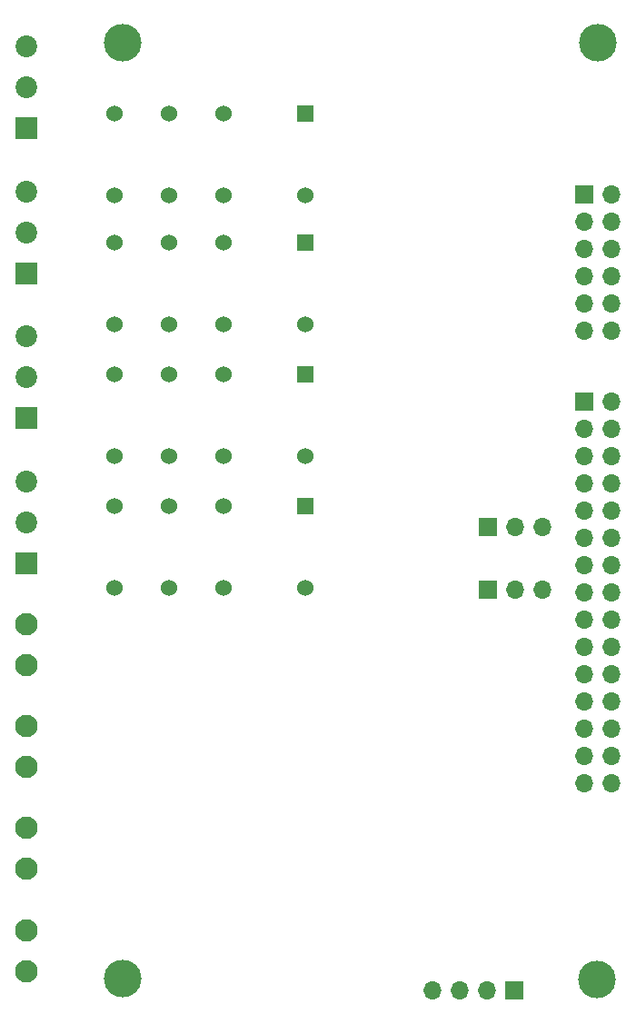
<source format=gbr>
%TF.GenerationSoftware,KiCad,Pcbnew,9.0.6*%
%TF.CreationDate,2025-11-26T11:15:41+11:00*%
%TF.ProjectId,v7_equip_digital_out,76375f65-7175-4697-905f-646967697461,rev?*%
%TF.SameCoordinates,Original*%
%TF.FileFunction,Soldermask,Bot*%
%TF.FilePolarity,Negative*%
%FSLAX46Y46*%
G04 Gerber Fmt 4.6, Leading zero omitted, Abs format (unit mm)*
G04 Created by KiCad (PCBNEW 9.0.6) date 2025-11-26 11:15:41*
%MOMM*%
%LPD*%
G01*
G04 APERTURE LIST*
%ADD10R,1.524000X1.524000*%
%ADD11C,1.524000*%
%ADD12C,2.100000*%
%ADD13R,2.025000X2.025000*%
%ADD14C,2.025000*%
%ADD15R,1.700000X1.700000*%
%ADD16O,1.700000X1.700000*%
%ADD17C,3.500000*%
G04 APERTURE END LIST*
D10*
%TO.C,K2*%
X29000000Y-22606000D03*
D11*
X21380000Y-22606000D03*
X16300000Y-22606000D03*
X11220000Y-22606000D03*
X11220000Y-30226000D03*
X16300000Y-30226000D03*
X21380000Y-30226000D03*
X29000000Y-30226000D03*
%TD*%
D12*
%TO.C,J5*%
X3000000Y-71500000D03*
X3000000Y-67690000D03*
%TD*%
%TO.C,J3*%
X3000000Y-62000000D03*
X3000000Y-58190000D03*
%TD*%
D13*
%TO.C,J1*%
X3000000Y-12000000D03*
D14*
X3000000Y-8190000D03*
X3000000Y-4380000D03*
%TD*%
D12*
%TO.C,J10*%
X3000000Y-90500000D03*
X3000000Y-86690000D03*
%TD*%
D15*
%TO.C,JP1*%
X45974000Y-54940200D03*
D16*
X48514000Y-54940200D03*
X51054000Y-54940200D03*
%TD*%
D17*
%TO.C,H4*%
X56184800Y-91287600D03*
%TD*%
D15*
%TO.C,JP2*%
X46014400Y-49098200D03*
D16*
X48554400Y-49098200D03*
X51094400Y-49098200D03*
%TD*%
D15*
%TO.C,J6*%
X54991000Y-37465000D03*
D16*
X57531000Y-37465000D03*
X54991000Y-40005000D03*
X57531000Y-40005000D03*
X54991000Y-42545000D03*
X57531000Y-42545000D03*
X54991000Y-45085000D03*
X57531000Y-45085000D03*
X54991000Y-47625000D03*
X57531000Y-47625000D03*
X54991000Y-50165000D03*
X57531000Y-50165000D03*
X54991000Y-52705000D03*
X57531000Y-52705000D03*
X54991000Y-55245000D03*
X57531000Y-55245000D03*
X54991000Y-57785000D03*
X57531000Y-57785000D03*
X54991000Y-60325000D03*
X57531000Y-60325000D03*
X54991000Y-62865000D03*
X57531000Y-62865000D03*
X54991000Y-65405000D03*
X57531000Y-65405000D03*
X54991000Y-67945000D03*
X57531000Y-67945000D03*
X54991000Y-70485000D03*
X57531000Y-70485000D03*
X54991000Y-73025000D03*
X57531000Y-73025000D03*
%TD*%
D15*
%TO.C,CON1*%
X48437800Y-92329000D03*
D16*
X45897800Y-92329000D03*
X43357800Y-92329000D03*
X40817800Y-92329000D03*
%TD*%
D13*
%TO.C,J2*%
X3000000Y-25500000D03*
D14*
X3000000Y-21690000D03*
X3000000Y-17880000D03*
%TD*%
D10*
%TO.C,K4*%
X29000000Y-47218600D03*
D11*
X21380000Y-47218600D03*
X16300000Y-47218600D03*
X11220000Y-47218600D03*
X11220000Y-54838600D03*
X16300000Y-54838600D03*
X21380000Y-54838600D03*
X29000000Y-54838600D03*
%TD*%
D13*
%TO.C,J9*%
X3000000Y-52500000D03*
D14*
X3000000Y-48690000D03*
X3000000Y-44880000D03*
%TD*%
D17*
%TO.C,H3*%
X56235600Y-4007600D03*
%TD*%
D12*
%TO.C,J7*%
X3000000Y-81000000D03*
X3000000Y-77190000D03*
%TD*%
D13*
%TO.C,J8*%
X3000000Y-39000000D03*
D14*
X3000000Y-35190000D03*
X3000000Y-31380000D03*
%TD*%
D15*
%TO.C,J11*%
X54940200Y-18110200D03*
D16*
X57480200Y-18110200D03*
X54940200Y-20650200D03*
X57480200Y-20650200D03*
X54940200Y-23190200D03*
X57480200Y-23190200D03*
X54940200Y-25730200D03*
X57480200Y-25730200D03*
X54940200Y-28270200D03*
X57480200Y-28270200D03*
X54940200Y-30810200D03*
X57480200Y-30810200D03*
%TD*%
D10*
%TO.C,K3*%
X29000000Y-34950400D03*
D11*
X21380000Y-34950400D03*
X16300000Y-34950400D03*
X11220000Y-34950400D03*
X11220000Y-42570400D03*
X16300000Y-42570400D03*
X21380000Y-42570400D03*
X29000000Y-42570400D03*
%TD*%
D17*
%TO.C,H1*%
X12000000Y-4007600D03*
%TD*%
%TO.C,H2*%
X12000000Y-91186000D03*
%TD*%
D10*
%TO.C,K1*%
X29000000Y-10591800D03*
D11*
X21380000Y-10591800D03*
X16300000Y-10591800D03*
X11220000Y-10591800D03*
X11220000Y-18211800D03*
X16300000Y-18211800D03*
X21380000Y-18211800D03*
X29000000Y-18211800D03*
%TD*%
M02*

</source>
